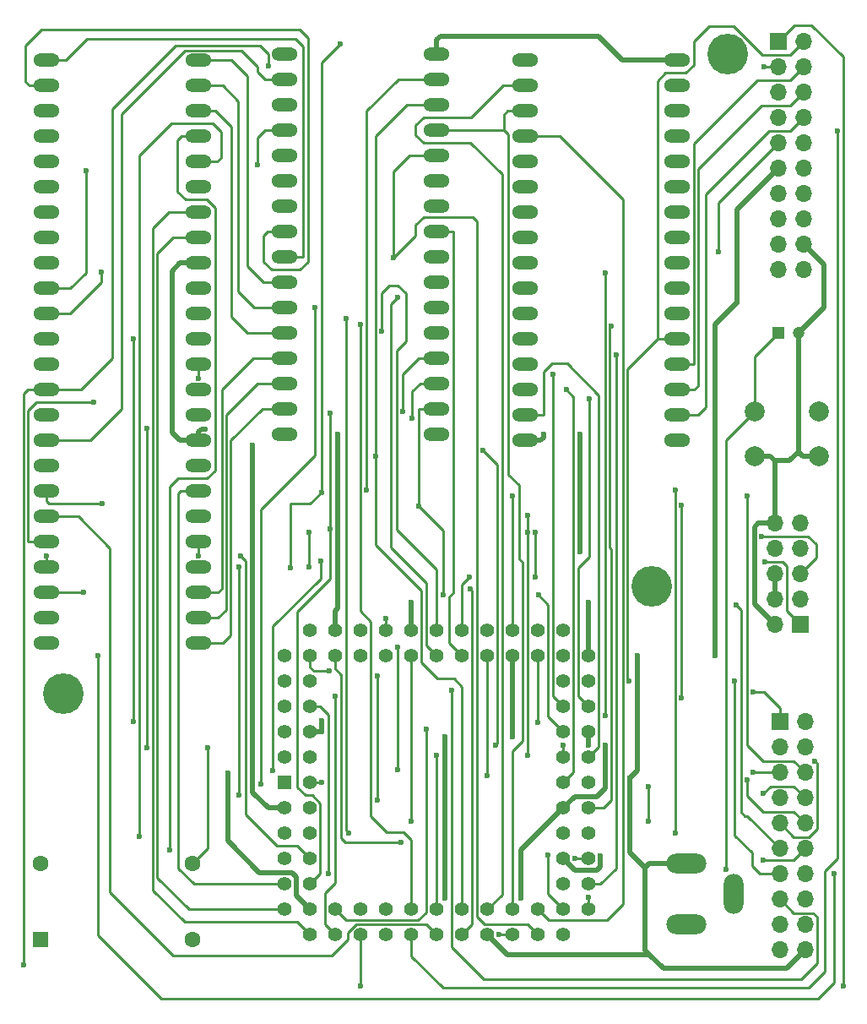
<source format=gbr>
G04 #@! TF.FileFunction,Copper,L2,Bot,Signal*
%FSLAX46Y46*%
G04 Gerber Fmt 4.6, Leading zero omitted, Abs format (unit mm)*
G04 Created by KiCad (PCBNEW 4.0.6) date 07/03/17 18:28:41*
%MOMM*%
%LPD*%
G01*
G04 APERTURE LIST*
%ADD10C,0.100000*%
%ADD11O,2.641600X1.320800*%
%ADD12O,4.000000X2.000000*%
%ADD13O,2.000000X4.000000*%
%ADD14R,1.600000X1.600000*%
%ADD15C,1.600000*%
%ADD16C,2.000000*%
%ADD17R,1.700000X1.700000*%
%ADD18O,1.700000X1.700000*%
%ADD19C,4.064000*%
%ADD20R,1.200000X1.200000*%
%ADD21C,1.200000*%
%ADD22R,1.397000X1.397000*%
%ADD23C,1.397000*%
%ADD24C,0.600000*%
%ADD25C,0.250000*%
%ADD26C,0.500000*%
G04 APERTURE END LIST*
D10*
D11*
X114935000Y-38100000D03*
X114935000Y-40640000D03*
X114935000Y-43180000D03*
X114935000Y-45720000D03*
X114935000Y-48260000D03*
X114935000Y-50800000D03*
X114935000Y-53340000D03*
X114935000Y-55880000D03*
X114935000Y-58420000D03*
X114935000Y-60960000D03*
X114935000Y-63500000D03*
X114935000Y-66040000D03*
X114935000Y-68580000D03*
X114935000Y-71120000D03*
X114935000Y-73660000D03*
X114935000Y-76200000D03*
X130175000Y-76200000D03*
X130175000Y-73660000D03*
X130175000Y-71120000D03*
X130175000Y-68580000D03*
X130175000Y-66040000D03*
X130175000Y-63500000D03*
X130175000Y-60960000D03*
X130175000Y-58420000D03*
X130175000Y-55880000D03*
X130175000Y-53340000D03*
X130175000Y-50800000D03*
X130175000Y-48260000D03*
X130175000Y-45720000D03*
X130175000Y-43180000D03*
X130175000Y-40640000D03*
X130175000Y-38100000D03*
X91059000Y-38735000D03*
X91059000Y-41275000D03*
X91059000Y-43815000D03*
X91059000Y-46355000D03*
X91059000Y-48895000D03*
X91059000Y-51435000D03*
X91059000Y-53975000D03*
X91059000Y-56515000D03*
X91059000Y-59055000D03*
X91059000Y-61595000D03*
X91059000Y-64135000D03*
X91059000Y-66675000D03*
X91059000Y-69215000D03*
X91059000Y-71755000D03*
X91059000Y-74295000D03*
X91059000Y-76835000D03*
X91059000Y-79375000D03*
X91059000Y-81915000D03*
X91059000Y-84455000D03*
X91059000Y-86995000D03*
X91059000Y-89535000D03*
X91059000Y-92075000D03*
X91059000Y-94615000D03*
X91059000Y-97155000D03*
X106299000Y-97155000D03*
X106299000Y-94615000D03*
X106299000Y-92075000D03*
X106299000Y-89535000D03*
X106299000Y-86995000D03*
X106299000Y-84455000D03*
X106299000Y-81915000D03*
X106299000Y-79375000D03*
X106299000Y-76835000D03*
X106299000Y-74295000D03*
X106299000Y-71755000D03*
X106299000Y-69215000D03*
X106299000Y-66675000D03*
X106299000Y-64135000D03*
X106299000Y-61595000D03*
X106299000Y-59055000D03*
X106299000Y-56515000D03*
X106299000Y-53975000D03*
X106299000Y-51435000D03*
X106299000Y-48895000D03*
X106299000Y-46355000D03*
X106299000Y-43815000D03*
X106299000Y-41275000D03*
X106299000Y-38735000D03*
X139065000Y-38735000D03*
X139065000Y-41275000D03*
X139065000Y-43815000D03*
X139065000Y-46355000D03*
X139065000Y-48895000D03*
X139065000Y-51435000D03*
X139065000Y-53975000D03*
X139065000Y-56515000D03*
X139065000Y-59055000D03*
X139065000Y-61595000D03*
X139065000Y-64135000D03*
X139065000Y-66675000D03*
X139065000Y-69215000D03*
X139065000Y-71755000D03*
X139065000Y-74295000D03*
X139065000Y-76835000D03*
X154305000Y-76835000D03*
X154305000Y-74295000D03*
X154305000Y-71755000D03*
X154305000Y-69215000D03*
X154305000Y-66675000D03*
X154305000Y-64135000D03*
X154305000Y-61595000D03*
X154305000Y-59055000D03*
X154305000Y-56515000D03*
X154305000Y-53975000D03*
X154305000Y-51435000D03*
X154305000Y-48895000D03*
X154305000Y-46355000D03*
X154305000Y-43815000D03*
X154305000Y-41275000D03*
X154305000Y-38735000D03*
D12*
X155194000Y-119201000D03*
X155194000Y-125301000D03*
D13*
X159994000Y-122301000D03*
D14*
X90424000Y-126873000D03*
D15*
X90424000Y-119253000D03*
X105664000Y-119253000D03*
X105664000Y-126873000D03*
D16*
X162052000Y-78414000D03*
X162052000Y-73914000D03*
X168552000Y-78414000D03*
X168552000Y-73914000D03*
D17*
X164465000Y-36830000D03*
D18*
X167005000Y-36830000D03*
X164465000Y-39370000D03*
X167005000Y-39370000D03*
X164465000Y-41910000D03*
X167005000Y-41910000D03*
X164465000Y-44450000D03*
X167005000Y-44450000D03*
X164465000Y-46990000D03*
X167005000Y-46990000D03*
X164465000Y-49530000D03*
X167005000Y-49530000D03*
X164465000Y-52070000D03*
X167005000Y-52070000D03*
X164465000Y-54610000D03*
X167005000Y-54610000D03*
X164465000Y-57150000D03*
X167005000Y-57150000D03*
X164465000Y-59690000D03*
X167005000Y-59690000D03*
D17*
X166624000Y-95250000D03*
D18*
X164084000Y-95250000D03*
X166624000Y-92710000D03*
X164084000Y-92710000D03*
X166624000Y-90170000D03*
X164084000Y-90170000D03*
X166624000Y-87630000D03*
X164084000Y-87630000D03*
X166624000Y-85090000D03*
X164084000Y-85090000D03*
D19*
X92710000Y-102235000D03*
X159385000Y-38100000D03*
X151765000Y-91440000D03*
D20*
X164465000Y-66040000D03*
D21*
X166465000Y-66040000D03*
D22*
X114935000Y-111125000D03*
D23*
X117475000Y-111125000D03*
X114935000Y-113665000D03*
X117475000Y-113665000D03*
X114935000Y-116205000D03*
X117475000Y-116205000D03*
X114935000Y-118745000D03*
X117475000Y-118745000D03*
X114935000Y-121285000D03*
X117475000Y-121285000D03*
X114935000Y-123825000D03*
X117475000Y-126365000D03*
X117475000Y-123825000D03*
X120015000Y-126365000D03*
X120015000Y-123825000D03*
X122555000Y-126365000D03*
X122555000Y-123825000D03*
X125095000Y-126365000D03*
X125095000Y-123825000D03*
X127635000Y-126365000D03*
X127635000Y-123825000D03*
X130175000Y-126365000D03*
X130175000Y-123825000D03*
X132715000Y-126365000D03*
X132715000Y-123825000D03*
X135255000Y-126365000D03*
X135255000Y-123825000D03*
X137795000Y-126365000D03*
X137795000Y-123825000D03*
X140335000Y-126365000D03*
X140335000Y-123825000D03*
X142875000Y-126365000D03*
X145415000Y-123825000D03*
X142875000Y-123825000D03*
X145415000Y-121285000D03*
X142875000Y-121285000D03*
X145415000Y-118745000D03*
X142875000Y-118745000D03*
X145415000Y-116205000D03*
X142875000Y-116205000D03*
X145415000Y-113665000D03*
X142875000Y-113665000D03*
X145415000Y-111125000D03*
X142875000Y-111125000D03*
X145415000Y-108585000D03*
X142875000Y-108585000D03*
X145415000Y-106045000D03*
X142875000Y-106045000D03*
X145415000Y-103505000D03*
X142875000Y-103505000D03*
X145415000Y-100965000D03*
X142875000Y-100965000D03*
X145415000Y-98425000D03*
X142875000Y-95885000D03*
X142875000Y-98425000D03*
X140335000Y-95885000D03*
X140335000Y-98425000D03*
X137795000Y-95885000D03*
X137795000Y-98425000D03*
X135255000Y-95885000D03*
X135255000Y-98425000D03*
X132715000Y-95885000D03*
X132715000Y-98425000D03*
X130175000Y-95885000D03*
X130175000Y-98425000D03*
X127635000Y-95885000D03*
X127635000Y-98425000D03*
X125095000Y-95885000D03*
X125095000Y-98425000D03*
X122555000Y-95885000D03*
X122555000Y-98425000D03*
X120015000Y-95885000D03*
X120015000Y-98425000D03*
X117475000Y-95885000D03*
X114935000Y-98425000D03*
X117475000Y-98425000D03*
X114935000Y-100965000D03*
X117475000Y-100965000D03*
X114935000Y-103505000D03*
X117475000Y-103505000D03*
X114935000Y-106045000D03*
X117475000Y-106045000D03*
X114935000Y-108585000D03*
X117475000Y-108585000D03*
D17*
X164592000Y-105029000D03*
D18*
X167132000Y-105029000D03*
X164592000Y-107569000D03*
X167132000Y-107569000D03*
X164592000Y-110109000D03*
X167132000Y-110109000D03*
X164592000Y-112649000D03*
X167132000Y-112649000D03*
X164592000Y-115189000D03*
X167132000Y-115189000D03*
X164592000Y-117729000D03*
X167132000Y-117729000D03*
X164592000Y-120269000D03*
X167132000Y-120269000D03*
X164592000Y-122809000D03*
X167132000Y-122809000D03*
X164592000Y-125349000D03*
X167132000Y-125349000D03*
X164592000Y-127889000D03*
X167132000Y-127889000D03*
D24*
X120506500Y-37114500D03*
X133563600Y-91674500D03*
X115479800Y-89580500D03*
X96675100Y-83185000D03*
X118631200Y-82057300D03*
X113289100Y-39260500D03*
X136453600Y-126365000D03*
X88761300Y-129397300D03*
X112213900Y-49189400D03*
X95019000Y-49824400D03*
X126254000Y-62514500D03*
X124653800Y-65854600D03*
X148213900Y-68229500D03*
X143164000Y-71755000D03*
X118623600Y-104896400D03*
X120280500Y-90690300D03*
X145415000Y-107386400D03*
X147063700Y-107386400D03*
X137795000Y-106516500D03*
X138642500Y-122676400D03*
X144523700Y-76209900D03*
X140885900Y-76209900D03*
X120280500Y-76200000D03*
X144523700Y-87945000D03*
X118673600Y-106045000D03*
X131022500Y-106516500D03*
X131022500Y-122676400D03*
X166465000Y-75724500D03*
X142875000Y-107386400D03*
X136103600Y-107386400D03*
X134856500Y-77820500D03*
X128354200Y-83403600D03*
X130800100Y-92299600D03*
X140383500Y-92299600D03*
X145481200Y-72615500D03*
X94731800Y-92075000D03*
X127729100Y-74564200D03*
X141808700Y-70200500D03*
X91059000Y-88374500D03*
X126816600Y-73917300D03*
X149464100Y-100965000D03*
X95808100Y-73025000D03*
X125854000Y-58549300D03*
X96559400Y-59984400D03*
X124028700Y-78389500D03*
X111748200Y-108992400D03*
X145415000Y-93049700D03*
X149564200Y-110673800D03*
X109225800Y-110175000D03*
X160335000Y-62984900D03*
X127635000Y-93049700D03*
X146613600Y-118450900D03*
X111748200Y-99816400D03*
X106924100Y-75674500D03*
X111748200Y-77314300D03*
X158119000Y-91540000D03*
X158119000Y-98425000D03*
X111748200Y-89224600D03*
X150314300Y-98425000D03*
X110370400Y-112395000D03*
X110370400Y-89535000D03*
X106299000Y-88374500D03*
X110498000Y-88374500D03*
X154122100Y-81764500D03*
X154122100Y-116205000D03*
X123170300Y-81764500D03*
X118673600Y-111125000D03*
X141358600Y-118386100D03*
X101094000Y-107584900D03*
X101094000Y-75624900D03*
X107239200Y-107584900D03*
X106299000Y-70594500D03*
X119505300Y-74129900D03*
X119505300Y-85719700D03*
X99766600Y-66675000D03*
X99766600Y-105021400D03*
X144073600Y-118745000D03*
X100391700Y-116471200D03*
X103419400Y-117896400D03*
X147063700Y-60040500D03*
X147063700Y-104396300D03*
X129135200Y-105762200D03*
X112548300Y-111260000D03*
X117980600Y-63500000D03*
X122526500Y-65229500D03*
X121395000Y-116205000D03*
X121142300Y-64604400D03*
X154747200Y-83289800D03*
X154747200Y-102656400D03*
X119998800Y-102481400D03*
X117355100Y-89542600D03*
X117355100Y-86045000D03*
X170340400Y-45814900D03*
X163053900Y-39370000D03*
X147688800Y-65405000D03*
X122555000Y-131464600D03*
X170965500Y-131464600D03*
X139311400Y-86045000D03*
X130175000Y-108358400D03*
X139311400Y-108358400D03*
X162802100Y-86454900D03*
X139311400Y-84344800D03*
X145415000Y-122626400D03*
X159194300Y-119800900D03*
X133465100Y-90494800D03*
X140111500Y-90494800D03*
X140111500Y-86045000D03*
X163129300Y-88994900D03*
X124265400Y-112842800D03*
X124265400Y-100391500D03*
X118530700Y-88917500D03*
X113739100Y-109926400D03*
X158435000Y-57904900D03*
X161944200Y-102031300D03*
X161897600Y-110109000D03*
X140335000Y-105071400D03*
X161301900Y-82389600D03*
X137795000Y-82389600D03*
X162962900Y-112191300D03*
X135255000Y-110416100D03*
X168132100Y-108933900D03*
X151399100Y-111473900D03*
X151399100Y-115006400D03*
X127635000Y-115006400D03*
X125095000Y-94686400D03*
X126308300Y-97533700D03*
X126308300Y-109783600D03*
X161331900Y-110848800D03*
X160185500Y-93336100D03*
X126645200Y-117096300D03*
X162932900Y-118918900D03*
X160069300Y-100916500D03*
X170007400Y-120269000D03*
X96172700Y-98425000D03*
X131691400Y-101856300D03*
X119373700Y-99941400D03*
X119298700Y-120261400D03*
D25*
X133738600Y-125341400D02*
X132715000Y-126365000D01*
X133738600Y-91849500D02*
X133738600Y-125341400D01*
X133563600Y-91674500D02*
X133738600Y-91849500D01*
X115479800Y-83185000D02*
X115479800Y-89580500D01*
X91059000Y-82935000D02*
X91059000Y-81915000D01*
X91309000Y-83185000D02*
X91059000Y-82935000D01*
X96675100Y-83185000D02*
X91309000Y-83185000D01*
X117503500Y-83185000D02*
X118631200Y-82057300D01*
X115479800Y-83185000D02*
X117503500Y-83185000D01*
X118631200Y-38989800D02*
X118631200Y-82057300D01*
X120506500Y-37114500D02*
X118631200Y-38989800D01*
X136728700Y-122351300D02*
X135255000Y-123825000D01*
X136728700Y-50165000D02*
X136728700Y-122351300D01*
X133553700Y-46990000D02*
X136728700Y-50165000D01*
X128872800Y-46990000D02*
X133553700Y-46990000D01*
X128079000Y-46196300D02*
X128872800Y-46990000D01*
X128079000Y-45243800D02*
X128079000Y-46196300D01*
X128872800Y-44450000D02*
X128079000Y-45243800D01*
X133663700Y-44450000D02*
X128872800Y-44450000D01*
X136838700Y-41275000D02*
X133663700Y-44450000D01*
X139065000Y-41275000D02*
X136838700Y-41275000D01*
X95438100Y-76835000D02*
X91059000Y-76835000D01*
X98613100Y-73660000D02*
X95438100Y-76835000D01*
X98613100Y-44099500D02*
X98613100Y-73660000D01*
X104963100Y-37749500D02*
X98613100Y-44099500D01*
X110626400Y-37749500D02*
X104963100Y-37749500D01*
X112213900Y-39337000D02*
X110626400Y-37749500D01*
X112213900Y-39846300D02*
X112213900Y-39337000D01*
X113007700Y-40640000D02*
X112213900Y-39846300D01*
X114935000Y-40640000D02*
X113007700Y-40640000D01*
X136453600Y-126365000D02*
X137795000Y-126365000D01*
X88761300Y-72151900D02*
X88761300Y-129397300D01*
X89158200Y-71755000D02*
X88761300Y-72151900D01*
X91059000Y-71755000D02*
X89158200Y-71755000D01*
X113289100Y-38093200D02*
X113289100Y-39260500D01*
X112495400Y-37299400D02*
X113289100Y-38093200D01*
X104023700Y-37299400D02*
X112495400Y-37299400D01*
X97673700Y-43649400D02*
X104023700Y-37299400D01*
X97673700Y-68580000D02*
X97673700Y-43649400D01*
X94498700Y-71755000D02*
X97673700Y-68580000D01*
X91059000Y-71755000D02*
X94498700Y-71755000D01*
X141401300Y-124891300D02*
X140335000Y-123825000D01*
X147251500Y-124891300D02*
X141401300Y-124891300D01*
X148839000Y-123303800D02*
X147251500Y-124891300D01*
X148839000Y-52705000D02*
X148839000Y-123303800D01*
X142489000Y-46355000D02*
X148839000Y-52705000D01*
X139065000Y-46355000D02*
X142489000Y-46355000D01*
X112213900Y-46513800D02*
X112213900Y-49189400D01*
X113007700Y-45720000D02*
X112213900Y-46513800D01*
X114935000Y-45720000D02*
X113007700Y-45720000D01*
X93431500Y-61595000D02*
X91059000Y-61595000D01*
X95019000Y-60007500D02*
X93431500Y-61595000D01*
X95019000Y-49824400D02*
X95019000Y-60007500D01*
X89359900Y-41275000D02*
X91059000Y-41275000D01*
X88963000Y-40878100D02*
X89359900Y-41275000D01*
X88963000Y-37275400D02*
X88963000Y-40878100D01*
X90550500Y-35687900D02*
X88963000Y-37275400D01*
X116481000Y-35687900D02*
X90550500Y-35687900D01*
X117274800Y-36481600D02*
X116481000Y-35687900D01*
X117274800Y-58896300D02*
X117274800Y-36481600D01*
X116481000Y-59690000D02*
X117274800Y-58896300D01*
X113632800Y-59690000D02*
X116481000Y-59690000D01*
X112839000Y-58896300D02*
X113632800Y-59690000D01*
X112839000Y-56276900D02*
X112839000Y-58896300D01*
X113235900Y-55880000D02*
X112839000Y-56276900D01*
X114935000Y-55880000D02*
X113235900Y-55880000D01*
X92989800Y-38735000D02*
X91059000Y-38735000D01*
X95136800Y-36588100D02*
X92989800Y-38735000D01*
X116030900Y-36588100D02*
X95136800Y-36588100D01*
X116824700Y-37381800D02*
X116030900Y-36588100D01*
X116824700Y-58420000D02*
X116824700Y-37381800D01*
X114935000Y-58420000D02*
X116824700Y-58420000D01*
X109630700Y-38735000D02*
X106299000Y-38735000D01*
X111218200Y-40322500D02*
X109630700Y-38735000D01*
X111218200Y-59372500D02*
X111218200Y-40322500D01*
X112805700Y-60960000D02*
X111218200Y-59372500D01*
X114935000Y-60960000D02*
X112805700Y-60960000D01*
X108719700Y-41275000D02*
X106299000Y-41275000D01*
X110307200Y-42862500D02*
X108719700Y-41275000D01*
X110307200Y-61912500D02*
X110307200Y-42862500D01*
X111894700Y-63500000D02*
X110307200Y-61912500D01*
X114935000Y-63500000D02*
X111894700Y-63500000D01*
X129108700Y-97358700D02*
X130175000Y-98425000D01*
X129108700Y-91067700D02*
X129108700Y-97358700D01*
X125618500Y-87577500D02*
X129108700Y-91067700D01*
X125618500Y-63150000D02*
X125618500Y-87577500D01*
X126254000Y-62514500D02*
X125618500Y-63150000D01*
X107988700Y-43815000D02*
X106299000Y-43815000D01*
X109576200Y-45402500D02*
X107988700Y-43815000D01*
X109576200Y-64452500D02*
X109576200Y-45402500D01*
X111163700Y-66040000D02*
X109576200Y-64452500D01*
X114935000Y-66040000D02*
X111163700Y-66040000D01*
X130175000Y-89731000D02*
X130175000Y-95885000D01*
X126191500Y-85747500D02*
X130175000Y-89731000D01*
X126191500Y-67830800D02*
X126191500Y-85747500D01*
X127104000Y-66918200D02*
X126191500Y-67830800D01*
X127104000Y-62063300D02*
X127104000Y-66918200D01*
X126310300Y-61269500D02*
X127104000Y-62063300D01*
X125447600Y-61269500D02*
X126310300Y-61269500D01*
X124653800Y-62063300D02*
X125447600Y-61269500D01*
X124653800Y-65854600D02*
X124653800Y-62063300D01*
X108223200Y-92075000D02*
X106299000Y-92075000D01*
X108620100Y-91678100D02*
X108223200Y-92075000D01*
X108620100Y-71755000D02*
X108620100Y-91678100D01*
X111795100Y-68580000D02*
X108620100Y-71755000D01*
X114935000Y-68580000D02*
X111795100Y-68580000D01*
X146626400Y-121285000D02*
X145415000Y-121285000D01*
X148213900Y-119697500D02*
X146626400Y-121285000D01*
X148213900Y-68229500D02*
X148213900Y-119697500D01*
X108276400Y-94615000D02*
X106299000Y-94615000D01*
X109070200Y-93821300D02*
X108276400Y-94615000D01*
X109070200Y-74295000D02*
X109070200Y-93821300D01*
X112245200Y-71120000D02*
X109070200Y-74295000D01*
X114935000Y-71120000D02*
X112245200Y-71120000D01*
X143898600Y-110101400D02*
X142875000Y-111125000D01*
X143898600Y-72489600D02*
X143898600Y-110101400D01*
X143164000Y-71755000D02*
X143898600Y-72489600D01*
X146438600Y-107561400D02*
X145415000Y-108585000D01*
X146438600Y-72300300D02*
X146438600Y-107561400D01*
X143263600Y-69125300D02*
X146438600Y-72300300D01*
X141741000Y-69125300D02*
X143263600Y-69125300D01*
X140947300Y-69919100D02*
X141741000Y-69125300D01*
X140947300Y-74295000D02*
X140947300Y-69919100D01*
X139065000Y-74295000D02*
X140947300Y-74295000D01*
X108726500Y-97155000D02*
X106299000Y-97155000D01*
X109520300Y-96361300D02*
X108726500Y-97155000D01*
X109520300Y-76835000D02*
X109520300Y-96361300D01*
X112695300Y-73660000D02*
X109520300Y-76835000D01*
X114935000Y-73660000D02*
X112695300Y-73660000D01*
D26*
X145415000Y-107386400D02*
X145415000Y-106045000D01*
X147063700Y-111722700D02*
X147063700Y-107386400D01*
X146270000Y-112516400D02*
X147063700Y-111722700D01*
X144023600Y-112516400D02*
X146270000Y-112516400D01*
X142875000Y-113665000D02*
X144023600Y-112516400D01*
X118673600Y-106045000D02*
X117475000Y-106045000D01*
X120280500Y-93677300D02*
X120280500Y-90690300D01*
X120015000Y-93942800D02*
X120280500Y-93677300D01*
X120015000Y-95885000D02*
X120015000Y-93942800D01*
X137795000Y-106516500D02*
X137795000Y-98425000D01*
X138642500Y-117897500D02*
X138642500Y-122676400D01*
X142875000Y-113665000D02*
X138642500Y-117897500D01*
X144523700Y-78414000D02*
X144523700Y-76209900D01*
X140585900Y-76835000D02*
X139065000Y-76835000D01*
X140885900Y-76535000D02*
X140585900Y-76835000D01*
X140885900Y-76209900D02*
X140885900Y-76535000D01*
X120280500Y-90690300D02*
X120280500Y-76200000D01*
X169035200Y-63469800D02*
X166465000Y-66040000D01*
X169035200Y-59180200D02*
X169035200Y-63469800D01*
X167005000Y-57150000D02*
X169035200Y-59180200D01*
X162052000Y-93218000D02*
X164084000Y-95250000D01*
X162052000Y-85486900D02*
X162052000Y-93218000D01*
X162448900Y-85090000D02*
X162052000Y-85486900D01*
X164084000Y-85090000D02*
X162448900Y-85090000D01*
X164084000Y-85090000D02*
X164084000Y-78864100D01*
X144523700Y-78414000D02*
X144523700Y-87945000D01*
X165564800Y-78864100D02*
X166465000Y-77963900D01*
X164084000Y-78864100D02*
X165564800Y-78864100D01*
X163633900Y-78414000D02*
X162052000Y-78414000D01*
X164084000Y-78864100D02*
X163633900Y-78414000D01*
X118623600Y-105995000D02*
X118673600Y-106045000D01*
X118623600Y-104896400D02*
X118623600Y-105995000D01*
X131022500Y-106516500D02*
X131022500Y-122676400D01*
X166915100Y-78414000D02*
X168552000Y-78414000D01*
X166465000Y-77963900D02*
X166915100Y-78414000D01*
X166465000Y-77963900D02*
X166465000Y-75724500D01*
X166465000Y-66040000D02*
X166465000Y-75724500D01*
D25*
X142875000Y-107386400D02*
X142875000Y-108585000D01*
X136278600Y-79242600D02*
X134856500Y-77820500D01*
X136278600Y-107211400D02*
X136278600Y-79242600D01*
X136103600Y-107386400D02*
X136278600Y-107211400D01*
X130800100Y-85849500D02*
X130800100Y-92299600D01*
X128354200Y-83403600D02*
X130800100Y-85849500D01*
X141358600Y-104528600D02*
X142875000Y-106045000D01*
X141358600Y-93274700D02*
X141358600Y-104528600D01*
X140383500Y-92299600D02*
X141358600Y-93274700D01*
X165640100Y-45814900D02*
X167005000Y-44450000D01*
X163547500Y-45814900D02*
X165640100Y-45814900D01*
X157197500Y-52164900D02*
X163547500Y-45814900D01*
X157197500Y-73501300D02*
X157197500Y-52164900D01*
X156403800Y-74295000D02*
X157197500Y-73501300D01*
X154305000Y-74295000D02*
X156403800Y-74295000D01*
X128354200Y-73660000D02*
X128354200Y-83403600D01*
X130175000Y-73660000D02*
X128354200Y-73660000D01*
X144348700Y-102438700D02*
X145415000Y-103505000D01*
X144348700Y-89586400D02*
X144348700Y-102438700D01*
X145481200Y-88454000D02*
X144348700Y-89586400D01*
X145481200Y-72615500D02*
X145481200Y-88454000D01*
X94731800Y-92075000D02*
X91059000Y-92075000D01*
X127729100Y-71913800D02*
X127729100Y-74564200D01*
X128522900Y-71120000D02*
X127729100Y-71913800D01*
X130175000Y-71120000D02*
X128522900Y-71120000D01*
X165640100Y-43274900D02*
X167005000Y-41910000D01*
X162751000Y-43274900D02*
X165640100Y-43274900D01*
X156401000Y-49624900D02*
X162751000Y-43274900D01*
X156401000Y-71358100D02*
X156401000Y-49624900D01*
X156004100Y-71755000D02*
X156401000Y-71358100D01*
X154305000Y-71755000D02*
X156004100Y-71755000D01*
X141808700Y-102438700D02*
X142875000Y-103505000D01*
X141808700Y-70200500D02*
X141808700Y-102438700D01*
X91059000Y-88374500D02*
X91059000Y-89535000D01*
X126816600Y-70167500D02*
X126816600Y-73917300D01*
X128404100Y-68580000D02*
X126816600Y-70167500D01*
X130175000Y-68580000D02*
X128404100Y-68580000D01*
X165640100Y-40734900D02*
X167005000Y-39370000D01*
X162300900Y-40734900D02*
X165640100Y-40734900D01*
X155950900Y-47084900D02*
X162300900Y-40734900D01*
X155950900Y-69215000D02*
X155950900Y-47084900D01*
X154305000Y-69215000D02*
X155950900Y-69215000D01*
X154305000Y-66675000D02*
X152309100Y-66675000D01*
X89211400Y-86995000D02*
X91059000Y-86995000D01*
X89211400Y-73818800D02*
X89211400Y-86995000D01*
X90005200Y-73025000D02*
X89211400Y-73818800D01*
X95808100Y-73025000D02*
X90005200Y-73025000D01*
X165640100Y-38194900D02*
X167005000Y-36830000D01*
X162839800Y-38194900D02*
X165640100Y-38194900D01*
X159937700Y-35292800D02*
X162839800Y-38194900D01*
X157538400Y-35292800D02*
X159937700Y-35292800D01*
X155950900Y-36880300D02*
X157538400Y-35292800D01*
X155950900Y-39208900D02*
X155950900Y-36880300D01*
X155157200Y-40002700D02*
X155950900Y-39208900D01*
X153102900Y-40002700D02*
X155157200Y-40002700D01*
X152309100Y-40796400D02*
X153102900Y-40002700D01*
X152309100Y-66675000D02*
X152309100Y-40796400D01*
X149289100Y-69695000D02*
X152309100Y-66675000D01*
X149289100Y-100790000D02*
X149289100Y-69695000D01*
X149464100Y-100965000D02*
X149289100Y-100790000D01*
X131425200Y-97135200D02*
X132715000Y-98425000D01*
X131425200Y-92497500D02*
X131425200Y-97135200D01*
X131820900Y-92101800D02*
X131425200Y-92497500D01*
X131820900Y-55880000D02*
X131820900Y-92101800D01*
X130175000Y-55880000D02*
X131820900Y-55880000D01*
X139311400Y-125341400D02*
X140335000Y-126365000D01*
X135025200Y-125341400D02*
X139311400Y-125341400D01*
X134231400Y-124547700D02*
X135025200Y-125341400D01*
X134231400Y-54894500D02*
X134231400Y-124547700D01*
X125854000Y-49847500D02*
X125854000Y-58549300D01*
X127441500Y-48260000D02*
X125854000Y-49847500D01*
X130175000Y-48260000D02*
X127441500Y-48260000D01*
X93384400Y-64135000D02*
X91059000Y-64135000D01*
X96559400Y-60960000D02*
X93384400Y-64135000D01*
X96559400Y-59984400D02*
X96559400Y-60960000D01*
X128079000Y-56324300D02*
X125854000Y-58549300D01*
X128079000Y-55238200D02*
X128079000Y-56324300D01*
X128872800Y-54444400D02*
X128079000Y-55238200D01*
X133781300Y-54444400D02*
X128872800Y-54444400D01*
X134231400Y-54894500D02*
X133781300Y-54444400D01*
X137795000Y-107949200D02*
X137795000Y-123825000D01*
X138818600Y-106925600D02*
X137795000Y-107949200D01*
X138818600Y-89093800D02*
X138818600Y-106925600D01*
X138420100Y-88695300D02*
X138818600Y-89093800D01*
X138420100Y-81320300D02*
X138420100Y-88695300D01*
X137344900Y-80245100D02*
X138420100Y-81320300D01*
X137344900Y-46170100D02*
X137344900Y-80245100D01*
X136894800Y-45720000D02*
X137344900Y-46170100D01*
X137291700Y-43815000D02*
X139065000Y-43815000D01*
X136894800Y-44211900D02*
X137291700Y-43815000D01*
X136894800Y-45720000D02*
X136894800Y-44211900D01*
X130175000Y-45720000D02*
X136894800Y-45720000D01*
X132715000Y-101488900D02*
X132715000Y-123825000D01*
X131921300Y-100695200D02*
X132715000Y-101488900D01*
X130246100Y-100695200D02*
X131921300Y-100695200D01*
X128658600Y-99107700D02*
X130246100Y-100695200D01*
X128658600Y-91913500D02*
X128658600Y-99107700D01*
X124028700Y-87283600D02*
X128658600Y-91913500D01*
X124028700Y-79522000D02*
X124028700Y-87283600D01*
X124028700Y-46355000D02*
X124028700Y-78389500D01*
X127203700Y-43180000D02*
X124028700Y-46355000D01*
X130175000Y-43180000D02*
X127203700Y-43180000D01*
X124028700Y-78389500D02*
X124028700Y-79522000D01*
D26*
X160335000Y-61612500D02*
X160335000Y-62984900D01*
X127635000Y-93049700D02*
X127635000Y-95885000D01*
X144066300Y-119936300D02*
X142875000Y-118745000D01*
X146216700Y-119936300D02*
X144066300Y-119936300D01*
X146613600Y-119539400D02*
X146216700Y-119936300D01*
X146613600Y-118450900D02*
X146613600Y-119539400D01*
X145415000Y-98425000D02*
X145415000Y-93049700D01*
X113335700Y-113665000D02*
X114935000Y-113665000D01*
X111748200Y-112077500D02*
X113335700Y-113665000D01*
X111748200Y-108992400D02*
X111748200Y-112077500D01*
X137241300Y-128351300D02*
X135255000Y-126365000D01*
X151534400Y-128351300D02*
X137241300Y-128351300D01*
X116083600Y-122433600D02*
X117475000Y-123825000D01*
X116083600Y-120533300D02*
X116083600Y-122433600D01*
X115686700Y-120136400D02*
X116083600Y-120533300D01*
X112400800Y-120136400D02*
X115686700Y-120136400D01*
X109225800Y-116961400D02*
X112400800Y-120136400D01*
X109225800Y-110175000D02*
X109225800Y-116961400D01*
X130175000Y-36686300D02*
X130175000Y-38100000D01*
X130571900Y-36289400D02*
X130175000Y-36686300D01*
X146384700Y-36289400D02*
X130571900Y-36289400D01*
X148830300Y-38735000D02*
X146384700Y-36289400D01*
X154305000Y-38735000D02*
X148830300Y-38735000D01*
X106599000Y-75674500D02*
X106924100Y-75674500D01*
X106299000Y-75974500D02*
X106599000Y-75674500D01*
X106299000Y-76835000D02*
X106299000Y-75974500D01*
X111748200Y-88424500D02*
X111748200Y-77314300D01*
X104430000Y-59055000D02*
X106299000Y-59055000D01*
X103636200Y-59848800D02*
X104430000Y-59055000D01*
X103636200Y-76041300D02*
X103636200Y-59848800D01*
X104430000Y-76835000D02*
X103636200Y-76041300D01*
X106299000Y-76835000D02*
X104430000Y-76835000D01*
X164084000Y-90170000D02*
X164084000Y-92710000D01*
X160335000Y-53660000D02*
X160335000Y-61612500D01*
X164465000Y-49530000D02*
X160335000Y-53660000D01*
X165306800Y-129714200D02*
X167132000Y-127889000D01*
X152897200Y-129714200D02*
X165306800Y-129714200D01*
X151534400Y-128351300D02*
X152897200Y-129714200D01*
X158119000Y-91540000D02*
X158119000Y-98425000D01*
X111748200Y-99816400D02*
X111748200Y-89224600D01*
X151534400Y-119201000D02*
X151084300Y-119651100D01*
X155194000Y-119201000D02*
X151534400Y-119201000D01*
X111748200Y-108992400D02*
X111748200Y-99816400D01*
X151084300Y-127901200D02*
X151084300Y-119651100D01*
X151534400Y-128351300D02*
X151084300Y-127901200D01*
X149564200Y-118131000D02*
X149564200Y-110673800D01*
X151084300Y-119651100D02*
X149564200Y-118131000D01*
X111748200Y-88424500D02*
X111748200Y-89224600D01*
X150314300Y-109923700D02*
X150314300Y-98425000D01*
X149564200Y-110673800D02*
X150314300Y-109923700D01*
X158119000Y-65200900D02*
X158119000Y-91540000D01*
X160335000Y-62984900D02*
X158119000Y-65200900D01*
D25*
X129151400Y-125341400D02*
X130175000Y-126365000D01*
X122078800Y-125341400D02*
X129151400Y-125341400D01*
X121285000Y-126135200D02*
X122078800Y-125341400D01*
X121285000Y-126860700D02*
X121285000Y-126135200D01*
X119697500Y-128448200D02*
X121285000Y-126860700D01*
X103770300Y-128448200D02*
X119697500Y-128448200D01*
X97420300Y-122098200D02*
X103770300Y-128448200D01*
X97420300Y-87630000D02*
X97420300Y-122098200D01*
X94245300Y-84455000D02*
X97420300Y-87630000D01*
X91059000Y-84455000D02*
X94245300Y-84455000D01*
X110370400Y-112395000D02*
X110370400Y-89535000D01*
X106299000Y-88374500D02*
X106299000Y-86995000D01*
X116205000Y-117475000D02*
X117475000Y-118745000D01*
X114170500Y-117475000D02*
X116205000Y-117475000D01*
X110995500Y-114300000D02*
X114170500Y-117475000D01*
X110995500Y-88872000D02*
X110995500Y-114300000D01*
X110498000Y-88374500D02*
X110995500Y-88872000D01*
X154122100Y-81764500D02*
X154122100Y-116205000D01*
X123170300Y-43815000D02*
X123170300Y-81764500D01*
X126345300Y-40640000D02*
X123170300Y-43815000D01*
X130175000Y-40640000D02*
X126345300Y-40640000D01*
X105879200Y-121285000D02*
X114935000Y-121285000D01*
X104291700Y-119697500D02*
X105879200Y-121285000D01*
X104291700Y-82165000D02*
X104291700Y-119697500D01*
X104541700Y-81915000D02*
X104291700Y-82165000D01*
X106299000Y-81915000D02*
X104541700Y-81915000D01*
X117475000Y-111125000D02*
X118673600Y-111125000D01*
X141358600Y-122308600D02*
X142875000Y-123825000D01*
X141358600Y-118386100D02*
X141358600Y-122308600D01*
X101094000Y-107584900D02*
X101094000Y-75624900D01*
X107239200Y-117677800D02*
X105664000Y-119253000D01*
X107239200Y-107584900D02*
X107239200Y-117677800D01*
X118498600Y-120261400D02*
X117475000Y-121285000D01*
X118498600Y-113188800D02*
X118498600Y-120261400D01*
X117704900Y-112395000D02*
X118498600Y-113188800D01*
X116998800Y-112395000D02*
X117704900Y-112395000D01*
X116205000Y-111601300D02*
X116998800Y-112395000D01*
X116205000Y-93982400D02*
X116205000Y-111601300D01*
X119505300Y-90682100D02*
X116205000Y-93982400D01*
X119505300Y-86644800D02*
X119505300Y-90682100D01*
X106299000Y-70594500D02*
X106299000Y-69215000D01*
X119505300Y-74129900D02*
X119505300Y-85719700D01*
X119505300Y-86644800D02*
X119505300Y-85719700D01*
X99766600Y-66675000D02*
X99766600Y-105021400D01*
X105344200Y-123825000D02*
X114935000Y-123825000D01*
X102169200Y-120650000D02*
X105344200Y-123825000D01*
X102169200Y-58102500D02*
X102169200Y-120650000D01*
X103756700Y-56515000D02*
X102169200Y-58102500D01*
X106299000Y-56515000D02*
X103756700Y-56515000D01*
X144073600Y-118745000D02*
X145415000Y-118745000D01*
X108138600Y-48895000D02*
X106299000Y-48895000D01*
X108535500Y-48498100D02*
X108138600Y-48895000D01*
X108535500Y-45878800D02*
X108535500Y-48498100D01*
X107741700Y-45085000D02*
X108535500Y-45878800D01*
X103566700Y-45085000D02*
X107741700Y-45085000D01*
X100391700Y-48260000D02*
X103566700Y-45085000D01*
X100391700Y-116471200D02*
X100391700Y-48260000D01*
X104599900Y-46355000D02*
X106299000Y-46355000D01*
X104203000Y-46751900D02*
X104599900Y-46355000D01*
X104203000Y-51911300D02*
X104203000Y-46751900D01*
X104996800Y-52705000D02*
X104203000Y-51911300D01*
X107151200Y-52705000D02*
X104996800Y-52705000D01*
X107944900Y-53498800D02*
X107151200Y-52705000D01*
X107944900Y-79851300D02*
X107944900Y-53498800D01*
X107151200Y-80645000D02*
X107944900Y-79851300D01*
X104213200Y-80645000D02*
X107151200Y-80645000D01*
X103419400Y-81438800D02*
X104213200Y-80645000D01*
X103419400Y-117896400D02*
X103419400Y-81438800D01*
X147063700Y-60040500D02*
X147063700Y-104396300D01*
X121081300Y-124891300D02*
X120015000Y-123825000D01*
X128341500Y-124891300D02*
X121081300Y-124891300D01*
X129135200Y-124097600D02*
X128341500Y-124891300D01*
X129135200Y-105762200D02*
X129135200Y-124097600D01*
X117980600Y-78326100D02*
X117980600Y-63500000D01*
X112548300Y-83758500D02*
X117980600Y-78326100D01*
X112548300Y-111260000D02*
X112548300Y-83758500D01*
X127635000Y-116845100D02*
X127635000Y-123825000D01*
X126841300Y-116051400D02*
X127635000Y-116845100D01*
X125166100Y-116051400D02*
X126841300Y-116051400D01*
X123578600Y-114463900D02*
X125166100Y-116051400D01*
X123578600Y-94987400D02*
X123578600Y-114463900D01*
X122526500Y-93935300D02*
X123578600Y-94987400D01*
X122526500Y-65229500D02*
X122526500Y-93935300D01*
X121142300Y-115952300D02*
X121142300Y-64604400D01*
X121395000Y-116205000D02*
X121142300Y-115952300D01*
X154747200Y-83289800D02*
X154747200Y-102656400D01*
X118948700Y-125298700D02*
X120015000Y-126365000D01*
X118948700Y-122185000D02*
X118948700Y-125298700D01*
X119998800Y-121134900D02*
X118948700Y-122185000D01*
X119998800Y-102481400D02*
X119998800Y-121134900D01*
X117355100Y-89542600D02*
X117355100Y-86045000D01*
X127635000Y-128502100D02*
X127635000Y-126365000D01*
X130810000Y-131677100D02*
X127635000Y-128502100D01*
X167482300Y-131677100D02*
X130810000Y-131677100D01*
X169069800Y-130089600D02*
X167482300Y-131677100D01*
X169069800Y-120004200D02*
X169069800Y-130089600D01*
X170340400Y-118733600D02*
X169069800Y-120004200D01*
X170340400Y-45814900D02*
X170340400Y-118733600D01*
X170340400Y-45814900D02*
X170340400Y-45814900D01*
X163053900Y-39370000D02*
X164465000Y-39370000D01*
X146895100Y-113665000D02*
X145415000Y-113665000D01*
X147688800Y-112871300D02*
X146895100Y-113665000D01*
X147688800Y-87726200D02*
X147688800Y-112871300D01*
X147513800Y-87551200D02*
X147688800Y-87726200D01*
X147513800Y-65580000D02*
X147513800Y-87551200D01*
X147688800Y-65405000D02*
X147513800Y-65580000D01*
X122555000Y-131464600D02*
X122555000Y-126365000D01*
X166090200Y-35204800D02*
X164465000Y-36830000D01*
X167790500Y-35204800D02*
X166090200Y-35204800D01*
X170965500Y-38379800D02*
X167790500Y-35204800D01*
X170965500Y-131464600D02*
X170965500Y-38379800D01*
X130175000Y-108358400D02*
X130175000Y-123825000D01*
X139311400Y-86045000D02*
X139311400Y-108358400D01*
X168249200Y-88544800D02*
X166624000Y-90170000D01*
X168249200Y-87248700D02*
X168249200Y-88544800D01*
X167455500Y-86454900D02*
X168249200Y-87248700D01*
X162802100Y-86454900D02*
X167455500Y-86454900D01*
X139311400Y-86045000D02*
X139311400Y-84344800D01*
X145415000Y-122626400D02*
X145415000Y-123825000D01*
X159194300Y-76771800D02*
X159194300Y-119800900D01*
X162052000Y-73914000D02*
X159194300Y-76771800D01*
X162052000Y-68453000D02*
X164465000Y-66040000D01*
X162052000Y-73914000D02*
X162052000Y-68453000D01*
X132715000Y-91244900D02*
X132715000Y-95885000D01*
X133465100Y-90494800D02*
X132715000Y-91244900D01*
X140111500Y-90494800D02*
X140111500Y-86045000D01*
X165259100Y-93885100D02*
X166624000Y-95250000D01*
X165259100Y-89391800D02*
X165259100Y-93885100D01*
X164862200Y-88994900D02*
X165259100Y-89391800D01*
X163129300Y-88994900D02*
X164862200Y-88994900D01*
X124265400Y-112842800D02*
X124265400Y-100391500D01*
X116205000Y-125095000D02*
X117475000Y-126365000D01*
X104894100Y-125095000D02*
X116205000Y-125095000D01*
X101719100Y-121920000D02*
X104894100Y-125095000D01*
X101719100Y-55562500D02*
X101719100Y-121920000D01*
X103306600Y-53975000D02*
X101719100Y-55562500D01*
X106299000Y-53975000D02*
X103306600Y-53975000D01*
X113739100Y-95447200D02*
X113739100Y-109926400D01*
X118530700Y-90655700D02*
X113739100Y-95447200D01*
X118530700Y-88917500D02*
X118530700Y-90655700D01*
X158435000Y-53020000D02*
X164465000Y-46990000D01*
X158435000Y-57904900D02*
X158435000Y-53020000D01*
X164592000Y-103618800D02*
X164592000Y-105029000D01*
X163004500Y-102031300D02*
X164592000Y-103618800D01*
X161944200Y-102031300D02*
X163004500Y-102031300D01*
X161897600Y-110109000D02*
X164592000Y-110109000D01*
X140335000Y-105071400D02*
X140335000Y-98425000D01*
X165956900Y-108933900D02*
X167132000Y-110109000D01*
X162889400Y-108933900D02*
X165956900Y-108933900D01*
X161301900Y-107346400D02*
X162889400Y-108933900D01*
X161301900Y-82389600D02*
X161301900Y-107346400D01*
X137795000Y-82389600D02*
X137795000Y-95885000D01*
X165956900Y-111473900D02*
X167132000Y-112649000D01*
X163680300Y-111473900D02*
X165956900Y-111473900D01*
X162962900Y-112191300D02*
X163680300Y-111473900D01*
X135255000Y-110416100D02*
X135255000Y-98425000D01*
X165956900Y-116553900D02*
X164592000Y-115189000D01*
X167513400Y-116553900D02*
X165956900Y-116553900D01*
X168307100Y-115760200D02*
X167513400Y-116553900D01*
X168307100Y-109108900D02*
X168307100Y-115760200D01*
X168132100Y-108933900D02*
X168307100Y-109108900D01*
X151399100Y-111473900D02*
X151399100Y-115006400D01*
X127635000Y-115006400D02*
X127635000Y-98425000D01*
X125095000Y-94686400D02*
X125095000Y-95885000D01*
X126308300Y-97533700D02*
X126308300Y-109783600D01*
X165956900Y-114013900D02*
X167132000Y-115189000D01*
X162919400Y-114013900D02*
X165956900Y-114013900D01*
X161331900Y-112426400D02*
X162919400Y-114013900D01*
X161331900Y-110848800D02*
X161331900Y-112426400D01*
X161327000Y-114464000D02*
X164592000Y-117729000D01*
X161091300Y-114464000D02*
X161327000Y-114464000D01*
X160694400Y-114067100D02*
X161091300Y-114464000D01*
X160694400Y-93845000D02*
X160694400Y-114067100D01*
X160185500Y-93336100D02*
X160694400Y-93845000D01*
X120015000Y-99703100D02*
X120015000Y-98425000D01*
X120623900Y-100312000D02*
X120015000Y-99703100D01*
X120623900Y-116699400D02*
X120623900Y-100312000D01*
X121020800Y-117096300D02*
X120623900Y-116699400D01*
X126645200Y-117096300D02*
X121020800Y-117096300D01*
X165942100Y-118918900D02*
X167132000Y-117729000D01*
X162932900Y-118918900D02*
X165942100Y-118918900D01*
X162617500Y-120269000D02*
X164592000Y-120269000D01*
X161823800Y-119475300D02*
X162617500Y-120269000D01*
X161823800Y-118148500D02*
X161823800Y-119475300D01*
X160069300Y-116394100D02*
X161823800Y-118148500D01*
X160069300Y-100916500D02*
X160069300Y-116394100D01*
X96172700Y-126385300D02*
X96172700Y-98425000D01*
X102522700Y-132735300D02*
X96172700Y-126385300D01*
X168419900Y-132735300D02*
X102522700Y-132735300D01*
X170007400Y-131147800D02*
X168419900Y-132735300D01*
X170007400Y-120269000D02*
X170007400Y-131147800D01*
X165956900Y-124173900D02*
X164592000Y-122809000D01*
X167910200Y-124173900D02*
X165956900Y-124173900D01*
X168307100Y-124570800D02*
X167910200Y-124173900D01*
X168307100Y-129226900D02*
X168307100Y-124570800D01*
X166719600Y-130814400D02*
X168307100Y-129226900D01*
X134866400Y-130814400D02*
X166719600Y-130814400D01*
X131691400Y-127639400D02*
X134866400Y-130814400D01*
X131691400Y-101856300D02*
X131691400Y-127639400D01*
X117475000Y-99544500D02*
X117475000Y-98425000D01*
X117871900Y-99941400D02*
X117475000Y-99544500D01*
X119373700Y-99941400D02*
X117871900Y-99941400D01*
X118505000Y-103505000D02*
X117475000Y-103505000D01*
X119298700Y-104298800D02*
X118505000Y-103505000D01*
X119298700Y-120261400D02*
X119298700Y-104298800D01*
M02*

</source>
